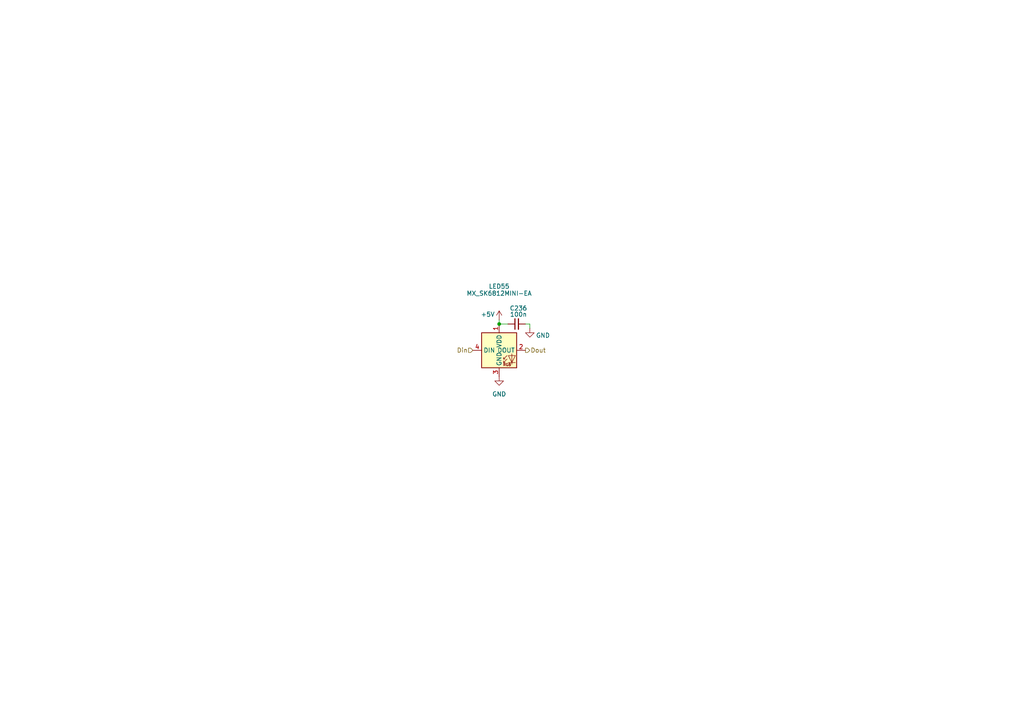
<source format=kicad_sch>
(kicad_sch
	(version 20231120)
	(generator "eeschema")
	(generator_version "8.0")
	(uuid "b964d4dc-3326-4583-805b-2d4d5e91c519")
	(paper "A4")
	(lib_symbols
		(symbol "Device:C_Small"
			(pin_numbers hide)
			(pin_names
				(offset 0.254) hide)
			(exclude_from_sim no)
			(in_bom yes)
			(on_board yes)
			(property "Reference" "C"
				(at 0.254 1.778 0)
				(effects
					(font
						(size 1.27 1.27)
					)
					(justify left)
				)
			)
			(property "Value" "C_Small"
				(at 0.254 -2.032 0)
				(effects
					(font
						(size 1.27 1.27)
					)
					(justify left)
				)
			)
			(property "Footprint" ""
				(at 0 0 0)
				(effects
					(font
						(size 1.27 1.27)
					)
					(hide yes)
				)
			)
			(property "Datasheet" "~"
				(at 0 0 0)
				(effects
					(font
						(size 1.27 1.27)
					)
					(hide yes)
				)
			)
			(property "Description" "Unpolarized capacitor, small symbol"
				(at 0 0 0)
				(effects
					(font
						(size 1.27 1.27)
					)
					(hide yes)
				)
			)
			(property "ki_keywords" "capacitor cap"
				(at 0 0 0)
				(effects
					(font
						(size 1.27 1.27)
					)
					(hide yes)
				)
			)
			(property "ki_fp_filters" "C_*"
				(at 0 0 0)
				(effects
					(font
						(size 1.27 1.27)
					)
					(hide yes)
				)
			)
			(symbol "C_Small_0_1"
				(polyline
					(pts
						(xy -1.524 -0.508) (xy 1.524 -0.508)
					)
					(stroke
						(width 0.3302)
						(type default)
					)
					(fill
						(type none)
					)
				)
				(polyline
					(pts
						(xy -1.524 0.508) (xy 1.524 0.508)
					)
					(stroke
						(width 0.3048)
						(type default)
					)
					(fill
						(type none)
					)
				)
			)
			(symbol "C_Small_1_1"
				(pin passive line
					(at 0 2.54 270)
					(length 2.032)
					(name "~"
						(effects
							(font
								(size 1.27 1.27)
							)
						)
					)
					(number "1"
						(effects
							(font
								(size 1.27 1.27)
							)
						)
					)
				)
				(pin passive line
					(at 0 -2.54 90)
					(length 2.032)
					(name "~"
						(effects
							(font
								(size 1.27 1.27)
							)
						)
					)
					(number "2"
						(effects
							(font
								(size 1.27 1.27)
							)
						)
					)
				)
			)
		)
		(symbol "fahajboard:MX_SK6812MINI-EA"
			(exclude_from_sim no)
			(in_bom yes)
			(on_board yes)
			(property "Reference" "LED31"
				(at 0 16.51 0)
				(effects
					(font
						(size 1.27 1.27)
					)
				)
			)
			(property "Value" "MX_SK6812MINI-EA"
				(at 0 14.605 0)
				(effects
					(font
						(size 1.27 1.27)
					)
				)
			)
			(property "Footprint" "MoonBoard:SK 6812 MINI-EA"
				(at 0 -19.05 0)
				(effects
					(font
						(size 1.27 1.27)
					)
					(hide yes)
				)
			)
			(property "Datasheet" ""
				(at 0 0 0)
				(effects
					(font
						(size 1.27 1.27)
					)
					(hide yes)
				)
			)
			(property "Description" "Reverse mount adressable LED (WS2812 protocol)"
				(at 0 0 0)
				(effects
					(font
						(size 1.27 1.27)
					)
					(hide yes)
				)
			)
			(property "ki_keywords" "reverse mount led revmount rgb"
				(at 0 0 0)
				(effects
					(font
						(size 1.27 1.27)
					)
					(hide yes)
				)
			)
			(symbol "MX_SK6812MINI-EA_0_0"
				(text "RGB"
					(at 2.286 -4.191 0)
					(effects
						(font
							(size 0.762 0.762)
						)
					)
				)
			)
			(symbol "MX_SK6812MINI-EA_0_1"
				(rectangle
					(start -5.08 5.08)
					(end 5.08 -5.08)
					(stroke
						(width 0.254)
						(type default)
					)
					(fill
						(type background)
					)
				)
				(polyline
					(pts
						(xy 1.27 -3.556) (xy 1.778 -3.556)
					)
					(stroke
						(width 0)
						(type default)
					)
					(fill
						(type none)
					)
				)
				(polyline
					(pts
						(xy 1.27 -2.54) (xy 1.778 -2.54)
					)
					(stroke
						(width 0)
						(type default)
					)
					(fill
						(type none)
					)
				)
				(polyline
					(pts
						(xy 4.699 -3.556) (xy 2.667 -3.556)
					)
					(stroke
						(width 0)
						(type default)
					)
					(fill
						(type none)
					)
				)
				(polyline
					(pts
						(xy 2.286 -2.54) (xy 1.27 -3.556) (xy 1.27 -3.048)
					)
					(stroke
						(width 0)
						(type default)
					)
					(fill
						(type none)
					)
				)
				(polyline
					(pts
						(xy 2.286 -1.524) (xy 1.27 -2.54) (xy 1.27 -2.032)
					)
					(stroke
						(width 0)
						(type default)
					)
					(fill
						(type none)
					)
				)
				(polyline
					(pts
						(xy 3.683 -1.016) (xy 3.683 -3.556) (xy 3.683 -4.064)
					)
					(stroke
						(width 0)
						(type default)
					)
					(fill
						(type none)
					)
				)
				(polyline
					(pts
						(xy 4.699 -1.524) (xy 2.667 -1.524) (xy 3.683 -3.556) (xy 4.699 -1.524)
					)
					(stroke
						(width 0)
						(type default)
					)
					(fill
						(type none)
					)
				)
			)
			(symbol "MX_SK6812MINI-EA_1_1"
				(pin power_in line
					(at 0 7.62 270)
					(length 2.54)
					(name "VDD"
						(effects
							(font
								(size 1.27 1.27)
							)
						)
					)
					(number "1"
						(effects
							(font
								(size 1.27 1.27)
							)
						)
					)
				)
				(pin output line
					(at 7.62 0 180)
					(length 2.54)
					(name "DOUT"
						(effects
							(font
								(size 1.27 1.27)
							)
						)
					)
					(number "2"
						(effects
							(font
								(size 1.27 1.27)
							)
						)
					)
				)
				(pin power_in line
					(at 0 -7.62 90)
					(length 2.54)
					(name "GND"
						(effects
							(font
								(size 1.27 1.27)
							)
						)
					)
					(number "3"
						(effects
							(font
								(size 1.27 1.27)
							)
						)
					)
				)
				(pin input line
					(at -7.62 0 0)
					(length 2.54)
					(name "DIN"
						(effects
							(font
								(size 1.27 1.27)
							)
						)
					)
					(number "4"
						(effects
							(font
								(size 1.27 1.27)
							)
						)
					)
				)
			)
		)
		(symbol "power:+5V"
			(power)
			(pin_numbers hide)
			(pin_names
				(offset 0) hide)
			(exclude_from_sim no)
			(in_bom yes)
			(on_board yes)
			(property "Reference" "#PWR"
				(at 0 -3.81 0)
				(effects
					(font
						(size 1.27 1.27)
					)
					(hide yes)
				)
			)
			(property "Value" "+5V"
				(at 0 3.556 0)
				(effects
					(font
						(size 1.27 1.27)
					)
				)
			)
			(property "Footprint" ""
				(at 0 0 0)
				(effects
					(font
						(size 1.27 1.27)
					)
					(hide yes)
				)
			)
			(property "Datasheet" ""
				(at 0 0 0)
				(effects
					(font
						(size 1.27 1.27)
					)
					(hide yes)
				)
			)
			(property "Description" "Power symbol creates a global label with name \"+5V\""
				(at 0 0 0)
				(effects
					(font
						(size 1.27 1.27)
					)
					(hide yes)
				)
			)
			(property "ki_keywords" "global power"
				(at 0 0 0)
				(effects
					(font
						(size 1.27 1.27)
					)
					(hide yes)
				)
			)
			(symbol "+5V_0_1"
				(polyline
					(pts
						(xy -0.762 1.27) (xy 0 2.54)
					)
					(stroke
						(width 0)
						(type default)
					)
					(fill
						(type none)
					)
				)
				(polyline
					(pts
						(xy 0 0) (xy 0 2.54)
					)
					(stroke
						(width 0)
						(type default)
					)
					(fill
						(type none)
					)
				)
				(polyline
					(pts
						(xy 0 2.54) (xy 0.762 1.27)
					)
					(stroke
						(width 0)
						(type default)
					)
					(fill
						(type none)
					)
				)
			)
			(symbol "+5V_1_1"
				(pin power_in line
					(at 0 0 90)
					(length 0)
					(name "~"
						(effects
							(font
								(size 1.27 1.27)
							)
						)
					)
					(number "1"
						(effects
							(font
								(size 1.27 1.27)
							)
						)
					)
				)
			)
		)
		(symbol "power:GND"
			(power)
			(pin_numbers hide)
			(pin_names
				(offset 0) hide)
			(exclude_from_sim no)
			(in_bom yes)
			(on_board yes)
			(property "Reference" "#PWR"
				(at 0 -6.35 0)
				(effects
					(font
						(size 1.27 1.27)
					)
					(hide yes)
				)
			)
			(property "Value" "GND"
				(at 0 -3.81 0)
				(effects
					(font
						(size 1.27 1.27)
					)
				)
			)
			(property "Footprint" ""
				(at 0 0 0)
				(effects
					(font
						(size 1.27 1.27)
					)
					(hide yes)
				)
			)
			(property "Datasheet" ""
				(at 0 0 0)
				(effects
					(font
						(size 1.27 1.27)
					)
					(hide yes)
				)
			)
			(property "Description" "Power symbol creates a global label with name \"GND\" , ground"
				(at 0 0 0)
				(effects
					(font
						(size 1.27 1.27)
					)
					(hide yes)
				)
			)
			(property "ki_keywords" "global power"
				(at 0 0 0)
				(effects
					(font
						(size 1.27 1.27)
					)
					(hide yes)
				)
			)
			(symbol "GND_0_1"
				(polyline
					(pts
						(xy 0 0) (xy 0 -1.27) (xy 1.27 -1.27) (xy 0 -2.54) (xy -1.27 -1.27) (xy 0 -1.27)
					)
					(stroke
						(width 0)
						(type default)
					)
					(fill
						(type none)
					)
				)
			)
			(symbol "GND_1_1"
				(pin power_in line
					(at 0 0 270)
					(length 0)
					(name "~"
						(effects
							(font
								(size 1.27 1.27)
							)
						)
					)
					(number "1"
						(effects
							(font
								(size 1.27 1.27)
							)
						)
					)
				)
			)
		)
	)
	(junction
		(at 144.78 93.98)
		(diameter 0)
		(color 0 0 0 0)
		(uuid "1eb44d3e-db0d-4ecc-bed0-c7189398c5d1")
	)
	(wire
		(pts
			(xy 153.67 93.98) (xy 153.67 95.25)
		)
		(stroke
			(width 0)
			(type default)
		)
		(uuid "13bf6d76-eb58-4d9f-9a6d-5fa83a8ef715")
	)
	(wire
		(pts
			(xy 152.4 93.98) (xy 153.67 93.98)
		)
		(stroke
			(width 0)
			(type default)
		)
		(uuid "6d1b563d-35f2-4593-943a-3dfc78658868")
	)
	(wire
		(pts
			(xy 144.78 93.98) (xy 147.32 93.98)
		)
		(stroke
			(width 0)
			(type default)
		)
		(uuid "d622f55c-1123-4e0f-ada6-b332147e70b3")
	)
	(wire
		(pts
			(xy 144.78 92.71) (xy 144.78 93.98)
		)
		(stroke
			(width 0)
			(type default)
		)
		(uuid "edef3c60-3ba4-46be-b861-599835179e9f")
	)
	(hierarchical_label "Dout"
		(shape output)
		(at 152.4 101.6 0)
		(fields_autoplaced yes)
		(effects
			(font
				(size 1.27 1.27)
			)
			(justify left)
		)
		(uuid "67e62501-ca5f-4fe2-ae6f-b0a88287b678")
	)
	(hierarchical_label "Din"
		(shape input)
		(at 137.16 101.6 180)
		(fields_autoplaced yes)
		(effects
			(font
				(size 1.27 1.27)
			)
			(justify right)
		)
		(uuid "a61d8ea8-337a-408f-a3cf-7487326cd655")
	)
	(symbol
		(lib_id "Device:C_Small")
		(at 149.86 93.98 90)
		(unit 1)
		(exclude_from_sim no)
		(in_bom yes)
		(on_board yes)
		(dnp no)
		(uuid "32cb5c4e-c498-4bb9-a3b5-c25c11a4a0bd")
		(property "Reference" "C236"
			(at 150.368 89.408 90)
			(effects
				(font
					(size 1.27 1.27)
				)
			)
		)
		(property "Value" "100n"
			(at 150.368 91.186 90)
			(effects
				(font
					(size 1.27 1.27)
				)
			)
		)
		(property "Footprint" "Capacitor_SMD:C_0402_1005Metric"
			(at 149.86 93.98 0)
			(effects
				(font
					(size 1.27 1.27)
				)
				(hide yes)
			)
		)
		(property "Datasheet" "~"
			(at 149.86 93.98 0)
			(effects
				(font
					(size 1.27 1.27)
				)
				(hide yes)
			)
		)
		(property "Description" "Unpolarized capacitor, small symbol"
			(at 149.86 93.98 0)
			(effects
				(font
					(size 1.27 1.27)
				)
				(hide yes)
			)
		)
		(pin "2"
			(uuid "4f57e7ae-a73f-42d2-b0b2-a89f99274f59")
		)
		(pin "1"
			(uuid "2ab49959-ab0b-4702-a066-0e9be4702e97")
		)
		(instances
			(project "hall effect keyboard"
				(path "/d6cd2c7a-4b62-4ee3-9519-bce8a1bda3f1/a26a8aa4-acd6-4116-aaa2-8a8a474f0fd9/a014cec8-712b-4be6-99f8-b506e5884c2a"
					(reference "C236")
					(unit 1)
				)
			)
		)
	)
	(symbol
		(lib_id "power:GND")
		(at 144.78 109.22 0)
		(unit 1)
		(exclude_from_sim no)
		(in_bom yes)
		(on_board yes)
		(dnp no)
		(fields_autoplaced yes)
		(uuid "36320624-18ad-4202-afda-71bdac091b51")
		(property "Reference" "#PWR0549"
			(at 144.78 115.57 0)
			(effects
				(font
					(size 1.27 1.27)
				)
				(hide yes)
			)
		)
		(property "Value" "GND"
			(at 144.78 114.3 0)
			(effects
				(font
					(size 1.27 1.27)
				)
			)
		)
		(property "Footprint" ""
			(at 144.78 109.22 0)
			(effects
				(font
					(size 1.27 1.27)
				)
				(hide yes)
			)
		)
		(property "Datasheet" ""
			(at 144.78 109.22 0)
			(effects
				(font
					(size 1.27 1.27)
				)
				(hide yes)
			)
		)
		(property "Description" "Power symbol creates a global label with name \"GND\" , ground"
			(at 144.78 109.22 0)
			(effects
				(font
					(size 1.27 1.27)
				)
				(hide yes)
			)
		)
		(pin "1"
			(uuid "b7b04802-23cc-4774-a779-9f280bf88973")
		)
		(instances
			(project "hall effect keyboard"
				(path "/d6cd2c7a-4b62-4ee3-9519-bce8a1bda3f1/a26a8aa4-acd6-4116-aaa2-8a8a474f0fd9/a014cec8-712b-4be6-99f8-b506e5884c2a"
					(reference "#PWR0549")
					(unit 1)
				)
			)
		)
	)
	(symbol
		(lib_id "fahajboard:MX_SK6812MINI-EA")
		(at 144.78 101.6 0)
		(unit 1)
		(exclude_from_sim no)
		(in_bom yes)
		(on_board yes)
		(dnp no)
		(uuid "41da1be0-49d8-4f4b-8ae8-d9294183060a")
		(property "Reference" "LED55"
			(at 144.78 83.058 0)
			(effects
				(font
					(size 1.27 1.27)
				)
			)
		)
		(property "Value" "MX_SK6812MINI-EA"
			(at 144.78 85.09 0)
			(effects
				(font
					(size 1.27 1.27)
				)
			)
		)
		(property "Footprint" "MoonBoard:SK 6812 MINI-EA"
			(at 144.78 120.65 0)
			(effects
				(font
					(size 1.27 1.27)
				)
				(hide yes)
			)
		)
		(property "Datasheet" ""
			(at 144.78 101.6 0)
			(effects
				(font
					(size 1.27 1.27)
				)
				(hide yes)
			)
		)
		(property "Description" "Reverse mount adressable LED (WS2812 protocol)"
			(at 144.78 101.6 0)
			(effects
				(font
					(size 1.27 1.27)
				)
				(hide yes)
			)
		)
		(pin "4"
			(uuid "fa93722c-7cf9-4ec2-8f90-c4c1c0346a51")
		)
		(pin "1"
			(uuid "a04b9c49-8dfd-45de-87e8-d57dee182ce2")
		)
		(pin "2"
			(uuid "a920aefb-3e3f-49b3-ac05-73a6076402d8")
		)
		(pin "3"
			(uuid "d1fcfefc-9ba2-4e4c-a553-f5d0b062586f")
		)
		(instances
			(project "hall effect keyboard"
				(path "/d6cd2c7a-4b62-4ee3-9519-bce8a1bda3f1/a26a8aa4-acd6-4116-aaa2-8a8a474f0fd9/a014cec8-712b-4be6-99f8-b506e5884c2a"
					(reference "LED55")
					(unit 1)
				)
			)
		)
	)
	(symbol
		(lib_id "power:+5V")
		(at 144.78 92.71 0)
		(unit 1)
		(exclude_from_sim no)
		(in_bom yes)
		(on_board yes)
		(dnp no)
		(uuid "432f7eaa-ac57-4fc5-9918-485062869e89")
		(property "Reference" "#PWR0548"
			(at 144.78 96.52 0)
			(effects
				(font
					(size 1.27 1.27)
				)
				(hide yes)
			)
		)
		(property "Value" "+5V"
			(at 141.478 91.186 0)
			(effects
				(font
					(size 1.27 1.27)
				)
			)
		)
		(property "Footprint" ""
			(at 144.78 92.71 0)
			(effects
				(font
					(size 1.27 1.27)
				)
				(hide yes)
			)
		)
		(property "Datasheet" ""
			(at 144.78 92.71 0)
			(effects
				(font
					(size 1.27 1.27)
				)
				(hide yes)
			)
		)
		(property "Description" "Power symbol creates a global label with name \"+5V\""
			(at 144.78 92.71 0)
			(effects
				(font
					(size 1.27 1.27)
				)
				(hide yes)
			)
		)
		(pin "1"
			(uuid "8fa8cddd-33ae-4a6c-9ea5-c051bcda04c1")
		)
		(instances
			(project "hall effect keyboard"
				(path "/d6cd2c7a-4b62-4ee3-9519-bce8a1bda3f1/a26a8aa4-acd6-4116-aaa2-8a8a474f0fd9/a014cec8-712b-4be6-99f8-b506e5884c2a"
					(reference "#PWR0548")
					(unit 1)
				)
			)
		)
	)
	(symbol
		(lib_id "power:GND")
		(at 153.67 95.25 0)
		(unit 1)
		(exclude_from_sim no)
		(in_bom yes)
		(on_board yes)
		(dnp no)
		(uuid "ec6ed4df-4378-4dd1-9bbb-7b4f11ea90fa")
		(property "Reference" "#PWR0550"
			(at 153.67 101.6 0)
			(effects
				(font
					(size 1.27 1.27)
				)
				(hide yes)
			)
		)
		(property "Value" "GND"
			(at 157.48 97.282 0)
			(effects
				(font
					(size 1.27 1.27)
				)
			)
		)
		(property "Footprint" ""
			(at 153.67 95.25 0)
			(effects
				(font
					(size 1.27 1.27)
				)
				(hide yes)
			)
		)
		(property "Datasheet" ""
			(at 153.67 95.25 0)
			(effects
				(font
					(size 1.27 1.27)
				)
				(hide yes)
			)
		)
		(property "Description" "Power symbol creates a global label with name \"GND\" , ground"
			(at 153.67 95.25 0)
			(effects
				(font
					(size 1.27 1.27)
				)
				(hide yes)
			)
		)
		(pin "1"
			(uuid "5bb6838b-7359-4dbe-bfda-b67328520fe3")
		)
		(instances
			(project "hall effect keyboard"
				(path "/d6cd2c7a-4b62-4ee3-9519-bce8a1bda3f1/a26a8aa4-acd6-4116-aaa2-8a8a474f0fd9/a014cec8-712b-4be6-99f8-b506e5884c2a"
					(reference "#PWR0550")
					(unit 1)
				)
			)
		)
	)
)

</source>
